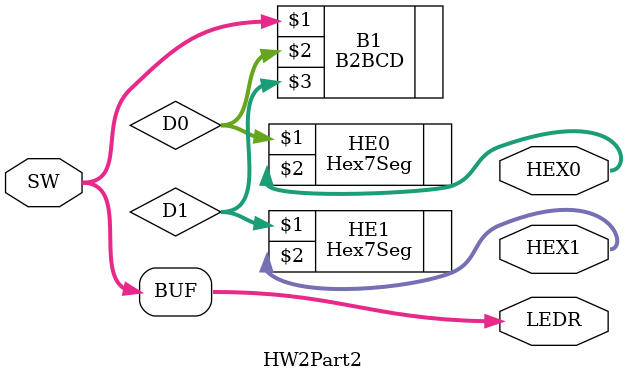
<source format=v>
/*Homework 1 Part 2 written by Ben Foster
 *TCES 330 4/23/14
 */
module HW2Part2(SW, LEDR, HEX0, HEX1);
	input [3:0] SW; //Input Switches
	output [3:0] LEDR; //Red LEDs
	output [0:6] HEX0, HEX1; //7 segment hex displays
	
	assign LEDR = SW; //Assign red LEDs to switches
	wire [3:0] D0, D1; //Wires used for segment input
	
	//B2BCD instance. D0 = S0 in sum, D1 = Cout in sum.
	B2BCD B1(SW[3:0], D0[3:0], D1[3:0]);
	
	//7 Segment displays
	Hex7Seg HE0(D0[3:0], HEX0);
	Hex7Seg HE1(D1[3:0], HEX1);
	
endmodule

</source>
